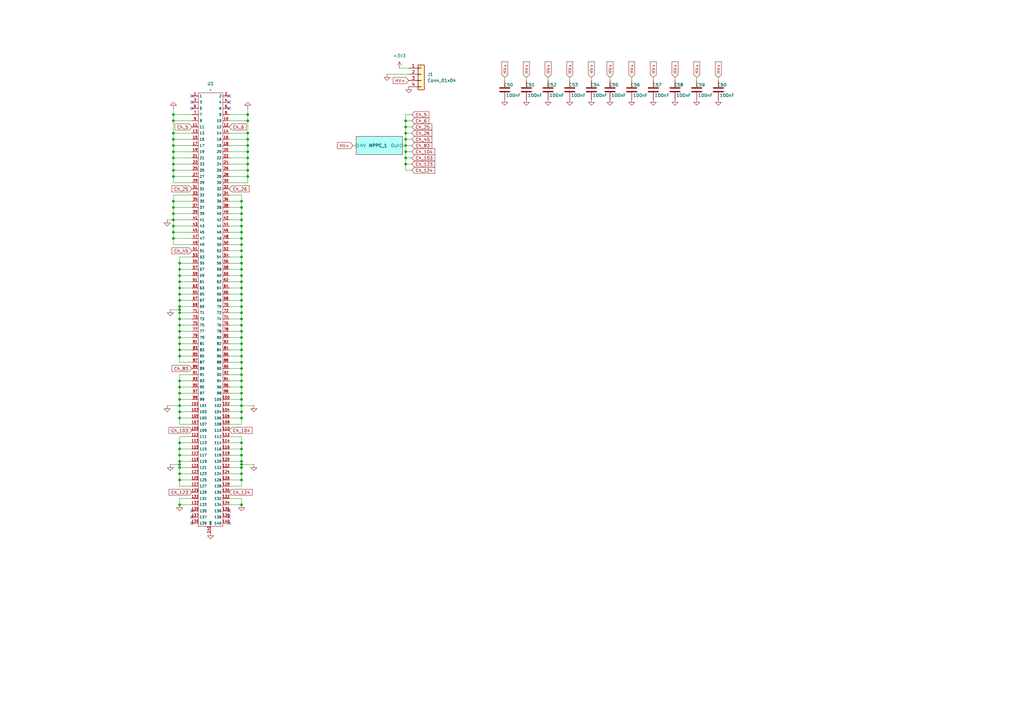
<source format=kicad_sch>
(kicad_sch (version 20231120) (generator "eeschema") (generator_version "8.0")
  (paper "A3")
  (lib_symbols
    (symbol "Device:C" (pin_numbers hide) (pin_names (offset 0.254))
      (property "Reference" "C" (at 0.635 2.54 0))
      (property "Value" "C" (at 0.635 -2.54 0))
      (symbol "C_0_1"
        (polyline (pts (xy -2.032 -0.762) (xy 2.032 -0.762)) (stroke (width 0.508)))
        (polyline (pts (xy -2.032 0.762) (xy 2.032 0.762)) (stroke (width 0.508)))
      )
      (symbol "C_1_1"
        (pin passive line (at 0 3.81 270) (length 2.794) (name "~") (number "1"))
        (pin passive line (at 0 -3.81 90) (length 2.794) (name "~") (number "2"))
      )
    )
    (symbol "FX10:FX10-140"
      (property "Reference" "U1" (at 5.08 1.27 0))
      (property "Value" "~" (at 5.08 -1.27 0))
      (symbol "FX10-140_0_1"
        (rectangle (start 0 -2.54) (end 10.16 -180.34))
      )
      (symbol "FX10-140_1_1"
        (pin input line (at 12.7 -3.81 180) (length 2.54) (name "1") (number "1"))
        (pin input line (at -2.54 -13.97 0) (length 2.54) (name "10") (number "10"))
        (pin input line (at -2.54 -128.27 0) (length 2.54) (name "100") (number "100"))
        (pin input line (at 12.7 -130.81 180) (length 2.54) (name "101") (number "101"))
        (pin input line (at -2.54 -130.81 0) (length 2.54) (name "102") (number "102"))
        (pin input line (at 12.7 -133.35 180) (length 2.54) (name "103") (number "103"))
        (pin input line (at -2.54 -133.35 0) (length 2.54) (name "104") (number "104"))
        (pin input line (at 12.7 -135.89 180) (length 2.54) (name "105") (number "105"))
        (pin input line (at -2.54 -135.89 0) (length 2.54) (name "106") (number "106"))
        (pin input line (at 12.7 -138.43 180) (length 2.54) (name "107") (number "107"))
        (pin input line (at -2.54 -138.43 0) (length 2.54) (name "108") (number "108"))
        (pin input line (at 12.7 -140.97 180) (length 2.54) (name "109") (number "109"))
        (pin input line (at 12.7 -16.51 180) (length 2.54) (name "11") (number "11"))
        (pin input line (at -2.54 -140.97 0) (length 2.54) (name "110") (number "110"))
        (pin input line (at 12.7 -143.51 180) (length 2.54) (name "111") (number "111"))
        (pin input line (at -2.54 -143.51 0) (length 2.54) (name "112") (number "112"))
        (pin input line (at 12.7 -146.05 180) (length 2.54) (name "113") (number "113"))
        (pin input line (at -2.54 -146.05 0) (length 2.54) (name "114") (number "114"))
        (pin input line (at 12.7 -148.59 180) (length 2.54) (name "115") (number "115"))
        (pin input line (at -2.54 -148.59 0) (length 2.54) (name "116") (number "116"))
        (pin input line (at 12.7 -151.13 180) (length 2.54) (name "117") (number "117"))
        (pin input line (at -2.54 -151.13 0) (length 2.54) (name "118") (number "118"))
        (pin input line (at 12.7 -153.67 180) (length 2.54) (name "119") (number "119"))
        (pin input line (at -2.54 -16.51 0) (length 2.54) (name "12") (number "12"))
        (pin input line (at -2.54 -153.67 0) (length 2.54) (name "120") (number "120"))
        (pin input line (at 12.7 -156.21 180) (length 2.54) (name "121") (number "121"))
        (pin input line (at -2.54 -156.21 0) (length 2.54) (name "122") (number "122"))
        (pin input line (at 12.7 -158.75 180) (length 2.54) (name "123") (number "123"))
        (pin input line (at -2.54 -158.75 0) (length 2.54) (name "124") (number "124"))
        (pin input line (at 12.7 -161.29 180) (length 2.54) (name "125") (number "125"))
        (pin input line (at -2.54 -161.29 0) (length 2.54) (name "126") (number "126"))
        (pin input line (at 12.7 -163.83 180) (length 2.54) (name "127") (number "127"))
        (pin input line (at -2.54 -163.83 0) (length 2.54) (name "128") (number "128"))
        (pin input line (at 12.7 -166.37 180) (length 2.54) (name "129") (number "129"))
        (pin input line (at 12.7 -19.05 180) (length 2.54) (name "13") (number "13"))
        (pin input line (at -2.54 -166.37 0) (length 2.54) (name "130") (number "130"))
        (pin input line (at 12.7 -168.91 180) (length 2.54) (name "131") (number "131"))
        (pin input line (at -2.54 -168.91 0) (length 2.54) (name "132") (number "132"))
        (pin input line (at 12.7 -171.45 180) (length 2.54) (name "133") (number "133"))
        (pin input line (at -2.54 -171.45 0) (length 2.54) (name "134") (number "134"))
        (pin input line (at 12.7 -173.99 180) (length 2.54) (name "135") (number "135"))
        (pin input line (at -2.54 -173.99 0) (length 2.54) (name "136") (number "136"))
        (pin input line (at 12.7 -176.53 180) (length 2.54) (name "137") (number "137"))
        (pin input line (at -2.54 -176.53 0) (length 2.54) (name "138") (number "138"))
        (pin input line (at 12.7 -179.07 180) (length 2.54) (name "139") (number "139"))
        (pin input line (at -2.54 -19.05 0) (length 2.54) (name "14") (number "14"))
        (pin input line (at -2.54 -179.07 0) (length 2.54) (name "140") (number "140"))
        (pin input line (at 5.08 -182.88 90) (length 2.54) (name "GND") (number "141"))
        (pin input line (at 12.7 -21.59 180) (length 2.54) (name "15") (number "15"))
        (pin input line (at -2.54 -21.59 0) (length 2.54) (name "16") (number "16"))
        (pin input line (at 12.7 -24.13 180) (length 2.54) (name "17") (number "17"))
        (pin input line (at -2.54 -24.13 0) (length 2.54) (name "18") (number "18"))
        (pin input line (at 12.7 -26.67 180) (length 2.54) (name "19") (number "19"))
        (pin input line (at -2.54 -3.81 0) (length 2.54) (name "2") (number "2"))
        (pin input line (at -2.54 -26.67 0) (length 2.54) (name "20") (number "20"))
        (pin input line (at 12.7 -29.21 180) (length 2.54) (name "21") (number "21"))
        (pin input line (at -2.54 -29.21 0) (length 2.54) (name "22") (number "22"))
        (pin input line (at 12.7 -31.75 180) (length 2.54) (name "23") (number "23"))
        (pin input line (at -2.54 -31.75 0) (length 2.54) (name "24") (number "24"))
        (pin input line (at 12.7 -34.29 180) (length 2.54) (name "25") (number "25"))
        (pin input line (at -2.54 -34.29 0) (length 2.54) (name "26") (number "26"))
        (pin input line (at 12.7 -36.83 180) (length 2.54) (name "27") (number "27"))
        (pin input line (at -2.54 -36.83 0) (length 2.54) (name "28") (number "28"))
        (pin input line (at 12.7 -39.37 180) (length 2.54) (name "29") (number "29"))
        (pin input line (at 12.7 -6.35 180) (length 2.54) (name "3") (number "3"))
        (pin input line (at -2.54 -39.37 0) (length 2.54) (name "30") (number "30"))
        (pin input line (at 12.7 -41.91 180) (length 2.54) (name "31") (number "31"))
        (pin input line (at -2.54 -41.91 0) (length 2.54) (name "32") (number "32"))
        (pin input line (at 12.7 -44.45 180) (length 2.54) (name "33") (number "33"))
        (pin input line (at -2.54 -44.45 0) (length 2.54) (name "34") (number "34"))
        (pin input line (at 12.7 -46.99 180) (length 2.54) (name "35") (number "35"))
        (pin input line (at -2.54 -46.99 0) (length 2.54) (name "36") (number "36"))
        (pin input line (at 12.7 -49.53 180) (length 2.54) (name "37") (number "37"))
        (pin input line (at -2.54 -49.53 0) (length 2.54) (name "38") (number "38"))
        (pin input line (at 12.7 -52.07 180) (length 2.54) (name "39") (number "39"))
        (pin input line (at -2.54 -6.35 0) (length 2.54) (name "4") (number "4"))
        (pin input line (at -2.54 -52.07 0) (length 2.54) (name "40") (number "40"))
        (pin input line (at 12.7 -54.61 180) (length 2.54) (name "41") (number "41"))
        (pin input line (at -2.54 -54.61 0) (length 2.54) (name "42") (number "42"))
        (pin input line (at 12.7 -57.15 180) (length 2.54) (name "43") (number "43"))
        (pin input line (at -2.54 -57.15 0) (length 2.54) (name "44") (number "44"))
        (pin input line (at 12.7 -59.69 180) (length 2.54) (name "45") (number "45"))
        (pin input line (at -2.54 -59.69 0) (length 2.54) (name "46") (number "46"))
        (pin input line (at 12.7 -62.23 180) (length 2.54) (name "47") (number "47"))
        (pin input line (at -2.54 -62.23 0) (length 2.54) (name "48") (number "48"))
        (pin input line (at 12.7 -64.77 180) (length 2.54) (name "49") (number "49"))
        (pin input line (at 12.7 -8.89 180) (length 2.54) (name "5") (number "5"))
        (pin input line (at -2.54 -64.77 0) (length 2.54) (name "50") (number "50"))
        (pin input line (at 12.7 -67.31 180) (length 2.54) (name "51") (number "51"))
        (pin input line (at -2.54 -67.31 0) (length 2.54) (name "52") (number "52"))
        (pin input line (at 12.7 -69.85 180) (length 2.54) (name "53") (number "53"))
        (pin input line (at -2.54 -69.85 0) (length 2.54) (name "54") (number "54"))
        (pin input line (at 12.7 -72.39 180) (length 2.54) (name "55") (number "55"))
        (pin input line (at -2.54 -72.39 0) (length 2.54) (name "56") (number "56"))
        (pin input line (at 12.7 -74.93 180) (length 2.54) (name "57") (number "57"))
        (pin input line (at -2.54 -74.93 0) (length 2.54) (name "58") (number "58"))
        (pin input line (at 12.7 -77.47 180) (length 2.54) (name "59") (number "59"))
        (pin input line (at -2.54 -8.89 0) (length 2.54) (name "6") (number "6"))
        (pin input line (at -2.54 -77.47 0) (length 2.54) (name "60") (number "60"))
        (pin input line (at 12.7 -80.01 180) (length 2.54) (name "61") (number "61"))
        (pin input line (at -2.54 -80.01 0) (length 2.54) (name "62") (number "62"))
        (pin input line (at 12.7 -82.55 180) (length 2.54) (name "63") (number "63"))
        (pin input line (at -2.54 -82.55 0) (length 2.54) (name "64") (number "64"))
        (pin input line (at 12.7 -85.09 180) (length 2.54) (name "65") (number "65"))
        (pin input line (at -2.54 -85.09 0) (length 2.54) (name "66") (number "66"))
        (pin input line (at 12.7 -87.63 180) (length 2.54) (name "67") (number "67"))
        (pin input line (at -2.54 -87.63 0) (length 2.54) (name "68") (number "68"))
        (pin input line (at 12.7 -90.17 180) (length 2.54) (name "69") (number "69"))
        (pin input line (at 12.7 -11.43 180) (length 2.54) (name "7") (number "7"))
        (pin input line (at -2.54 -90.17 0) (length 2.54) (name "70") (number "70"))
        (pin input line (at 12.7 -92.71 180) (length 2.54) (name "71") (number "71"))
        (pin input line (at -2.54 -92.71 0) (length 2.54) (name "72") (number "72"))
        (pin input line (at 12.7 -95.25 180) (length 2.54) (name "73") (number "73"))
        (pin input line (at -2.54 -95.25 0) (length 2.54) (name "74") (number "74"))
        (pin input line (at 12.7 -97.79 180) (length 2.54) (name "75") (number "75"))
        (pin input line (at -2.54 -97.79 0) (length 2.54) (name "76") (number "76"))
        (pin input line (at 12.7 -100.33 180) (length 2.54) (name "77") (number "77"))
        (pin input line (at -2.54 -100.33 0) (length 2.54) (name "78") (number "78"))
        (pin input line (at 12.7 -102.87 180) (length 2.54) (name "79") (number "79"))
        (pin input line (at -2.54 -11.43 0) (length 2.54) (name "8") (number "8"))
        (pin input line (at -2.54 -102.87 0) (length 2.54) (name "80") (number "80"))
        (pin input line (at 12.7 -105.41 180) (length 2.54) (name "81") (number "81"))
        (pin input line (at -2.54 -105.41 0) (length 2.54) (name "82") (number "82"))
        (pin input line (at 12.7 -107.95 180) (length 2.54) (name "83") (number "83"))
        (pin input line (at -2.54 -107.95 0) (length 2.54) (name "84") (number "84"))
        (pin input line (at 12.7 -110.49 180) (length 2.54) (name "85") (number "85"))
        (pin input line (at -2.54 -110.49 0) (length 2.54) (name "86") (number "86"))
        (pin input line (at 12.7 -113.03 180) (length 2.54) (name "87") (number "87"))
        (pin input line (at -2.54 -113.03 0) (length 2.54) (name "88") (number "88"))
        (pin input line (at 12.7 -115.57 180) (length 2.54) (name "89") (number "89"))
        (pin input line (at 12.7 -13.97 180) (length 2.54) (name "9") (number "9"))
        (pin input line (at -2.54 -115.57 0) (length 2.54) (name "90") (number "90"))
        (pin input line (at 12.7 -118.11 180) (length 2.54) (name "91") (number "91"))
        (pin input line (at -2.54 -118.11 0) (length 2.54) (name "92") (number "92"))
        (pin input line (at 12.7 -120.65 180) (length 2.54) (name "93") (number "93"))
        (pin input line (at -2.54 -120.65 0) (length 2.54) (name "94") (number "94"))
        (pin input line (at 12.7 -123.19 180) (length 2.54) (name "95") (number "95"))
        (pin input line (at -2.54 -123.19 0) (length 2.54) (name "96") (number "96"))
        (pin input line (at 12.7 -125.73 180) (length 2.54) (name "97") (number "97"))
        (pin input line (at -2.54 -125.73 0) (length 2.54) (name "98") (number "98"))
        (pin input line (at 12.7 -128.27 180) (length 2.54) (name "99") (number "99"))
      )
    )
    (symbol "PCM_4ms_Connector:Conn_01x04" (pin_names (offset 1.016) hide)
      (property "Reference" "J" (at 0 5.08 0))
      (property "Value" "Conn_01x04" (at 0 -7.62 0))
      (symbol "Conn_01x04_1_1"
        (rectangle (start -1.27 -4.953) (end 0 -5.207) (stroke (width 0.1524)))
        (rectangle (start -1.27 -2.413) (end 0 -2.667) (stroke (width 0.1524)))
        (rectangle (start -1.27 0.127) (end 0 -0.127) (stroke (width 0.1524)))
        (rectangle (start -1.27 2.667) (end 0 2.413) (stroke (width 0.1524)))
        (rectangle (start -1.27 3.81) (end 1.27 -6.35) (stroke (width 0.254)) (fill (type background)))
        (pin passive line (at -5.08 2.54 0) (length 3.81) (name "Pin_1") (number "1"))
        (pin passive line (at -5.08 0 0) (length 3.81) (name "Pin_2") (number "2"))
        (pin passive line (at -5.08 -2.54 0) (length 3.81) (name "Pin_3") (number "3"))
        (pin passive line (at -5.08 -5.08 0) (length 3.81) (name "Pin_4") (number "4"))
      )
    )
    (symbol "power:+3V3" (power) (pin_numbers hide) (pin_names (offset 0) hide)
      (property "Value" "+3V3" (at 0 3.556 0))
      (symbol "+3V3_0_1"
        (polyline (pts (xy -0.762 1.27) (xy 0 2.54)))
        (polyline (pts (xy 0 0) (xy 0 2.54)))
        (polyline (pts (xy 0 2.54) (xy 0.762 1.27)))
      )
      (symbol "+3V3_1_1"
        (pin power_in line (at 0 0 90) (length 0) (name "~") (number "1"))
      )
    )
    (symbol "power:GND" (power) (pin_numbers hide) (pin_names (offset 0) hide)
      (property "Value" "GND" (at 0 -3.81 0))
      (symbol "GND_0_1"
        (polyline (pts (xy 0 0) (xy 0 -1.27) (xy 1.27 -1.27) (xy 0 -2.54) (xy -1.27 -1.27) (xy 0 -1.27)))
      )
      (symbol "GND_1_1"
        (pin power_in line (at 0 0 270) (length 0) (name "~") (number "1"))
      )
    )
  )
  (junction (at 166.37 54.61))
  (junction (at 99.06 207.01))
  (junction (at 99.06 113.03))
  (junction (at 101.6 59.69))
  (junction (at 101.6 54.61))
  (junction (at 99.06 130.81))
  (junction (at 73.66 156.21))
  (junction (at 166.37 49.53))
  (junction (at 166.37 67.31))
  (junction (at 73.66 191.77))
  (junction (at 101.6 49.53))
  (junction (at 101.6 69.85))
  (junction (at 99.06 148.59))
  (junction (at 99.06 85.09))
  (junction (at 73.66 163.83))
  (junction (at 99.06 87.63))
  (junction (at 101.6 62.23))
  (junction (at 73.66 133.35))
  (junction (at 71.12 97.79))
  (junction (at 73.66 146.05))
  (junction (at 71.12 87.63))
  (junction (at 99.06 184.15))
  (junction (at 99.06 102.87))
  (junction (at 73.66 171.45))
  (junction (at 99.06 123.19))
  (junction (at 73.66 118.11))
  (junction (at 71.12 69.85))
  (junction (at 99.06 163.83))
  (junction (at 73.66 115.57))
  (junction (at 99.06 125.73))
  (junction (at 71.12 95.25))
  (junction (at 73.66 123.19))
  (junction (at 99.06 115.57))
  (junction (at 99.06 151.13))
  (junction (at 99.06 100.33))
  (junction (at 73.66 135.89))
  (junction (at 99.06 191.77))
  (junction (at 73.66 130.81))
  (junction (at 99.06 189.23))
  (junction (at 71.12 92.71))
  (junction (at 99.06 194.31))
  (junction (at 101.6 72.39))
  (junction (at 71.12 54.61))
  (junction (at 73.66 125.73))
  (junction (at 73.66 140.97))
  (junction (at 99.06 190.5))
  (junction (at 99.06 105.41))
  (junction (at 99.06 118.11))
  (junction (at 99.06 95.25))
  (junction (at 73.66 158.75))
  (junction (at 99.06 156.21))
  (junction (at 101.6 57.15))
  (junction (at 99.06 168.91))
  (junction (at 99.06 110.49))
  (junction (at 166.37 57.15))
  (junction (at 99.06 128.27))
  (junction (at 99.06 97.79))
  (junction (at 99.06 90.17))
  (junction (at 99.06 181.61))
  (junction (at 71.12 46.99))
  (junction (at 101.6 46.99))
  (junction (at 73.66 161.29))
  (junction (at 99.06 196.85))
  (junction (at 73.66 168.91))
  (junction (at 99.06 133.35))
  (junction (at 71.12 59.69))
  (junction (at 166.37 59.69))
  (junction (at 73.66 184.15))
  (junction (at 73.66 120.65))
  (junction (at 99.06 171.45))
  (junction (at 73.66 207.01))
  (junction (at 99.06 92.71))
  (junction (at 99.06 120.65))
  (junction (at 73.66 128.27))
  (junction (at 73.66 138.43))
  (junction (at 73.66 196.85))
  (junction (at 73.66 189.23))
  (junction (at 99.06 153.67))
  (junction (at 99.06 166.37))
  (junction (at 71.12 62.23))
  (junction (at 99.06 140.97))
  (junction (at 73.66 143.51))
  (junction (at 73.66 110.49))
  (junction (at 71.12 64.77))
  (junction (at 71.12 67.31))
  (junction (at 71.12 90.17))
  (junction (at 99.06 82.55))
  (junction (at 71.12 82.55))
  (junction (at 71.12 57.15))
  (junction (at 99.06 138.43))
  (junction (at 99.06 143.51))
  (junction (at 99.06 161.29))
  (junction (at 99.06 186.69))
  (junction (at 166.37 64.77))
  (junction (at 101.6 64.77))
  (junction (at 101.6 67.31))
  (junction (at 73.66 107.95))
  (junction (at 73.66 166.37))
  (junction (at 99.06 158.75))
  (junction (at 71.12 85.09))
  (junction (at 73.66 113.03))
  (junction (at 73.66 186.69))
  (junction (at 166.37 62.23))
  (junction (at 99.06 135.89))
  (junction (at 73.66 190.5))
  (junction (at 99.06 107.95))
  (junction (at 73.66 181.61))
  (junction (at 71.12 49.53))
  (junction (at 71.12 72.39))
  (junction (at 166.37 52.07))
  (junction (at 99.06 146.05))
  (junction (at 73.66 194.31))
  (junction (at 73.66 127))
  (no_connect (at 78.74 41.91))
  (no_connect (at 93.98 39.37))
  (no_connect (at 93.98 209.55))
  (no_connect (at 93.98 212.09))
  (no_connect (at 93.98 41.91))
  (no_connect (at 78.74 209.55))
  (no_connect (at 93.98 44.45))
  (no_connect (at 78.74 214.63))
  (no_connect (at 78.74 39.37))
  (no_connect (at 78.74 44.45))
  (no_connect (at 78.74 212.09))
  (no_connect (at 93.98 214.63))
  (wire (pts (xy 101.6 64.77) (xy 93.98 64.77)))
  (wire (pts (xy 99.06 138.43) (xy 99.06 140.97)))
  (wire (pts (xy 168.91 67.31) (xy 166.37 67.31)))
  (wire (pts (xy 101.6 46.99) (xy 93.98 46.99)))
  (wire (pts (xy 99.06 146.05) (xy 99.06 148.59)))
  (wire (pts (xy 104.14 190.5) (xy 99.06 190.5)))
  (wire (pts (xy 99.06 135.89) (xy 99.06 138.43)))
  (wire (pts (xy 99.06 120.65) (xy 93.98 120.65)))
  (wire (pts (xy 71.12 54.61) (xy 71.12 57.15)))
  (wire (pts (xy 73.66 123.19) (xy 78.74 123.19)))
  (wire (pts (xy 71.12 72.39) (xy 78.74 72.39)))
  (wire (pts (xy 99.06 123.19) (xy 99.06 125.73)))
  (wire (pts (xy 99.06 102.87) (xy 93.98 102.87)))
  (wire (pts (xy 99.06 90.17) (xy 93.98 90.17)))
  (wire (pts (xy 73.66 120.65) (xy 73.66 118.11)))
  (wire (pts (xy 71.12 62.23) (xy 78.74 62.23)))
  (wire (pts (xy 71.12 64.77) (xy 71.12 67.31)))
  (wire (pts (xy 71.12 87.63) (xy 71.12 85.09)))
  (wire (pts (xy 73.66 196.85) (xy 73.66 199.39)))
  (wire (pts (xy 99.06 143.51) (xy 93.98 143.51)))
  (wire (pts (xy 166.37 46.99) (xy 166.37 49.53)))
  (wire (pts (xy 99.06 100.33) (xy 99.06 102.87)))
  (wire (pts (xy 73.66 207.01) (xy 78.74 207.01)))
  (wire (pts (xy 73.66 143.51) (xy 78.74 143.51)))
  (wire (pts (xy 71.12 59.69) (xy 71.12 62.23)))
  (wire (pts (xy 73.66 128.27) (xy 78.74 128.27)))
  (wire (pts (xy 99.06 82.55) (xy 93.98 82.55)))
  (wire (pts (xy 99.06 128.27) (xy 99.06 130.81)))
  (wire (pts (xy 101.6 64.77) (xy 101.6 67.31)))
  (wire (pts (xy 99.06 110.49) (xy 99.06 113.03)))
  (wire (pts (xy 99.06 130.81) (xy 93.98 130.81)))
  (wire (pts (xy 71.12 67.31) (xy 78.74 67.31)))
  (wire (pts (xy 166.37 62.23) (xy 166.37 64.77)))
  (wire (pts (xy 73.66 143.51) (xy 73.66 146.05)))
  (wire (pts (xy 73.66 190.5) (xy 73.66 191.77)))
  (wire (pts (xy 73.66 130.81) (xy 73.66 133.35)))
  (wire (pts (xy 71.12 87.63) (xy 78.74 87.63)))
  (wire (pts (xy 71.12 46.99) (xy 71.12 49.53)))
  (wire (pts (xy 101.6 62.23) (xy 93.98 62.23)))
  (wire (pts (xy 73.66 191.77) (xy 78.74 191.77)))
  (wire (pts (xy 99.06 191.77) (xy 99.06 194.31)))
  (wire (pts (xy 73.66 140.97) (xy 78.74 140.97)))
  (wire (pts (xy 99.06 125.73) (xy 99.06 128.27)))
  (wire (pts (xy 73.66 115.57) (xy 78.74 115.57)))
  (wire (pts (xy 71.12 57.15) (xy 71.12 59.69)))
  (wire (pts (xy 71.12 82.55) (xy 78.74 82.55)))
  (wire (pts (xy 99.06 173.99) (xy 93.98 173.99)))
  (wire (pts (xy 99.06 151.13) (xy 93.98 151.13)))
  (wire (pts (xy 71.12 90.17) (xy 71.12 92.71)))
  (wire (pts (xy 99.06 82.55) (xy 99.06 85.09)))
  (wire (pts (xy 99.06 191.77) (xy 93.98 191.77)))
  (wire (pts (xy 73.66 133.35) (xy 73.66 135.89)))
  (wire (pts (xy 73.66 125.73) (xy 73.66 127)))
  (wire (pts (xy 99.06 184.15) (xy 93.98 184.15)))
  (wire (pts (xy 99.06 80.01) (xy 99.06 82.55)))
  (wire (pts (xy 71.12 95.25) (xy 78.74 95.25)))
  (wire (pts (xy 99.06 153.67) (xy 93.98 153.67)))
  (wire (pts (xy 99.06 95.25) (xy 93.98 95.25)))
  (wire (pts (xy 99.06 90.17) (xy 99.06 92.71)))
  (wire (pts (xy 99.06 107.95) (xy 93.98 107.95)))
  (wire (pts (xy 73.66 118.11) (xy 78.74 118.11)))
  (wire (pts (xy 99.06 186.69) (xy 93.98 186.69)))
  (wire (pts (xy 73.66 125.73) (xy 78.74 125.73)))
  (wire (pts (xy 285.75 31.75) (xy 285.75 33.02)))
  (wire (pts (xy 163.83 27.94) (xy 167.64 27.94)))
  (wire (pts (xy 71.12 74.93) (xy 78.74 74.93)))
  (wire (pts (xy 73.66 158.75) (xy 78.74 158.75)))
  (wire (pts (xy 99.06 130.81) (xy 99.06 133.35)))
  (wire (pts (xy 166.37 57.15) (xy 166.37 59.69)))
  (wire (pts (xy 101.6 57.15) (xy 93.98 57.15)))
  (wire (pts (xy 73.66 191.77) (xy 73.66 194.31)))
  (wire (pts (xy 99.06 95.25) (xy 99.06 97.79)))
  (wire (pts (xy 158.75 30.48) (xy 167.64 30.48)))
  (wire (pts (xy 99.06 105.41) (xy 99.06 107.95)))
  (wire (pts (xy 267.97 31.75) (xy 267.97 33.02)))
  (wire (pts (xy 99.06 156.21) (xy 99.06 158.75)))
  (wire (pts (xy 73.66 107.95) (xy 78.74 107.95)))
  (wire (pts (xy 99.06 148.59) (xy 93.98 148.59)))
  (wire (pts (xy 99.06 123.19) (xy 93.98 123.19)))
  (wire (pts (xy 168.91 46.99) (xy 166.37 46.99)))
  (wire (pts (xy 73.66 168.91) (xy 73.66 171.45)))
  (wire (pts (xy 73.66 171.45) (xy 78.74 171.45)))
  (wire (pts (xy 101.6 59.69) (xy 93.98 59.69)))
  (wire (pts (xy 73.66 204.47) (xy 73.66 207.01)))
  (wire (pts (xy 73.66 186.69) (xy 73.66 189.23)))
  (wire (pts (xy 99.06 194.31) (xy 93.98 194.31)))
  (wire (pts (xy 71.12 69.85) (xy 78.74 69.85)))
  (wire (pts (xy 73.66 181.61) (xy 73.66 184.15)))
  (wire (pts (xy 99.06 113.03) (xy 93.98 113.03)))
  (wire (pts (xy 99.06 133.35) (xy 93.98 133.35)))
  (wire (pts (xy 73.66 196.85) (xy 78.74 196.85)))
  (wire (pts (xy 166.37 59.69) (xy 166.37 62.23)))
  (wire (pts (xy 99.06 196.85) (xy 93.98 196.85)))
  (wire (pts (xy 101.6 72.39) (xy 93.98 72.39)))
  (wire (pts (xy 99.06 115.57) (xy 93.98 115.57)))
  (wire (pts (xy 71.12 72.39) (xy 71.12 74.93)))
  (wire (pts (xy 233.68 31.75) (xy 233.68 33.02)))
  (wire (pts (xy 73.66 113.03) (xy 78.74 113.03)))
  (wire (pts (xy 73.66 127) (xy 73.66 128.27)))
  (wire (pts (xy 73.66 135.89) (xy 73.66 138.43)))
  (wire (pts (xy 73.66 166.37) (xy 78.74 166.37)))
  (wire (pts (xy 73.66 128.27) (xy 73.66 130.81)))
  (wire (pts (xy 73.66 123.19) (xy 73.66 125.73)))
  (wire (pts (xy 73.66 146.05) (xy 73.66 148.59)))
  (wire (pts (xy 71.12 85.09) (xy 71.12 82.55)))
  (wire (pts (xy 73.66 115.57) (xy 73.66 118.11)))
  (wire (pts (xy 101.6 44.45) (xy 101.6 46.99)))
  (wire (pts (xy 73.66 171.45) (xy 73.66 173.99)))
  (wire (pts (xy 101.6 67.31) (xy 101.6 69.85)))
  (wire (pts (xy 73.66 135.89) (xy 78.74 135.89)))
  (wire (pts (xy 73.66 156.21) (xy 78.74 156.21)))
  (wire (pts (xy 101.6 74.93) (xy 93.98 74.93)))
  (wire (pts (xy 99.06 92.71) (xy 99.06 95.25)))
  (wire (pts (xy 99.06 207.01) (xy 93.98 207.01)))
  (wire (pts (xy 166.37 64.77) (xy 166.37 67.31)))
  (wire (pts (xy 101.6 59.69) (xy 101.6 62.23)))
  (wire (pts (xy 101.6 49.53) (xy 101.6 54.61)))
  (wire (pts (xy 73.66 107.95) (xy 73.66 110.49)))
  (wire (pts (xy 99.06 87.63) (xy 93.98 87.63)))
  (wire (pts (xy 99.06 128.27) (xy 93.98 128.27)))
  (wire (pts (xy 168.91 52.07) (xy 166.37 52.07)))
  (wire (pts (xy 99.06 190.5) (xy 99.06 191.77)))
  (wire (pts (xy 99.06 196.85) (xy 99.06 199.39)))
  (wire (pts (xy 73.66 204.47) (xy 78.74 204.47)))
  (wire (pts (xy 73.66 138.43) (xy 73.66 140.97)))
  (wire (pts (xy 99.06 189.23) (xy 99.06 190.5)))
  (wire (pts (xy 99.06 113.03) (xy 99.06 115.57)))
  (wire (pts (xy 71.12 92.71) (xy 71.12 95.25)))
  (wire (pts (xy 99.06 105.41) (xy 93.98 105.41)))
  (wire (pts (xy 71.12 97.79) (xy 78.74 97.79)))
  (wire (pts (xy 99.06 148.59) (xy 99.06 151.13)))
  (wire (pts (xy 215.9 31.75) (xy 215.9 33.02)))
  (wire (pts (xy 99.06 125.73) (xy 93.98 125.73)))
  (wire (pts (xy 73.66 194.31) (xy 78.74 194.31)))
  (wire (pts (xy 93.98 204.47) (xy 99.06 204.47)))
  (wire (pts (xy 71.12 80.01) (xy 71.12 82.55)))
  (wire (pts (xy 93.98 49.53) (xy 101.6 49.53)))
  (wire (pts (xy 73.66 179.07) (xy 78.74 179.07)))
  (wire (pts (xy 73.66 199.39) (xy 78.74 199.39)))
  (wire (pts (xy 73.66 110.49) (xy 78.74 110.49)))
  (wire (pts (xy 73.66 140.97) (xy 73.66 143.51)))
  (wire (pts (xy 144.78 59.69) (xy 146.05 59.69)))
  (wire (pts (xy 165.1 59.69) (xy 166.37 59.69)))
  (wire (pts (xy 99.06 156.21) (xy 93.98 156.21)))
  (wire (pts (xy 71.12 100.33) (xy 78.74 100.33)))
  (wire (pts (xy 73.66 173.99) (xy 78.74 173.99)))
  (wire (pts (xy 73.66 130.81) (xy 78.74 130.81)))
  (wire (pts (xy 71.12 62.23) (xy 71.12 64.77)))
  (wire (pts (xy 99.06 153.67) (xy 99.06 156.21)))
  (wire (pts (xy 99.06 194.31) (xy 99.06 196.85)))
  (wire (pts (xy 101.6 54.61) (xy 93.98 54.61)))
  (wire (pts (xy 73.66 153.67) (xy 78.74 153.67)))
  (wire (pts (xy 71.12 97.79) (xy 71.12 100.33)))
  (wire (pts (xy 168.91 64.77) (xy 166.37 64.77)))
  (wire (pts (xy 101.6 67.31) (xy 93.98 67.31)))
  (wire (pts (xy 166.37 49.53) (xy 166.37 52.07)))
  (wire (pts (xy 71.12 85.09) (xy 78.74 85.09)))
  (wire (pts (xy 99.06 204.47) (xy 99.06 207.01)))
  (wire (pts (xy 101.6 62.23) (xy 101.6 64.77)))
  (wire (pts (xy 71.12 64.77) (xy 78.74 64.77)))
  (wire (pts (xy 99.06 199.39) (xy 93.98 199.39)))
  (wire (pts (xy 71.12 67.31) (xy 71.12 69.85)))
  (wire (pts (xy 99.06 158.75) (xy 93.98 158.75)))
  (wire (pts (xy 99.06 158.75) (xy 99.06 161.29)))
  (wire (pts (xy 99.06 163.83) (xy 93.98 163.83)))
  (wire (pts (xy 101.6 69.85) (xy 93.98 69.85)))
  (wire (pts (xy 73.66 158.75) (xy 73.66 161.29)))
  (wire (pts (xy 73.66 184.15) (xy 78.74 184.15)))
  (wire (pts (xy 73.66 156.21) (xy 73.66 158.75)))
  (wire (pts (xy 276.86 31.75) (xy 276.86 33.02)))
  (wire (pts (xy 99.06 171.45) (xy 99.06 173.99)))
  (wire (pts (xy 99.06 179.07) (xy 99.06 181.61)))
  (wire (pts (xy 73.66 163.83) (xy 73.66 166.37)))
  (wire (pts (xy 73.66 163.83) (xy 78.74 163.83)))
  (wire (pts (xy 99.06 146.05) (xy 93.98 146.05)))
  (wire (pts (xy 73.66 161.29) (xy 73.66 163.83)))
  (wire (pts (xy 73.66 168.91) (xy 78.74 168.91)))
  (wire (pts (xy 99.06 100.33) (xy 93.98 100.33)))
  (wire (pts (xy 99.06 138.43) (xy 93.98 138.43)))
  (wire (pts (xy 68.58 166.37) (xy 73.66 166.37)))
  (wire (pts (xy 99.06 140.97) (xy 99.06 143.51)))
  (wire (pts (xy 73.66 161.29) (xy 78.74 161.29)))
  (wire (pts (xy 99.06 166.37) (xy 93.98 166.37)))
  (wire (pts (xy 99.06 151.13) (xy 99.06 153.67)))
  (wire (pts (xy 168.91 54.61) (xy 166.37 54.61)))
  (wire (pts (xy 73.66 133.35) (xy 78.74 133.35)))
  (wire (pts (xy 99.06 80.01) (xy 93.98 80.01)))
  (wire (pts (xy 99.06 92.71) (xy 93.98 92.71)))
  (wire (pts (xy 101.6 46.99) (xy 101.6 49.53)))
  (wire (pts (xy 73.66 181.61) (xy 78.74 181.61)))
  (wire (pts (xy 166.37 54.61) (xy 166.37 57.15)))
  (wire (pts (xy 73.66 153.67) (xy 73.66 156.21)))
  (wire (pts (xy 73.66 138.43) (xy 78.74 138.43)))
  (wire (pts (xy 71.12 59.69) (xy 78.74 59.69)))
  (wire (pts (xy 99.06 118.11) (xy 99.06 120.65)))
  (wire (pts (xy 99.06 181.61) (xy 99.06 184.15)))
  (wire (pts (xy 99.06 115.57) (xy 99.06 118.11)))
  (wire (pts (xy 73.66 120.65) (xy 73.66 123.19)))
  (wire (pts (xy 73.66 166.37) (xy 73.66 168.91)))
  (wire (pts (xy 99.06 140.97) (xy 93.98 140.97)))
  (wire (pts (xy 99.06 85.09) (xy 99.06 87.63)))
  (wire (pts (xy 73.66 146.05) (xy 78.74 146.05)))
  (wire (pts (xy 99.06 110.49) (xy 93.98 110.49)))
  (wire (pts (xy 71.12 95.25) (xy 71.12 97.79)))
  (wire (pts (xy 73.66 189.23) (xy 73.66 190.5)))
  (wire (pts (xy 73.66 113.03) (xy 73.66 115.57)))
  (wire (pts (xy 71.12 46.99) (xy 78.74 46.99)))
  (wire (pts (xy 73.66 186.69) (xy 78.74 186.69)))
  (wire (pts (xy 99.06 133.35) (xy 99.06 135.89)))
  (wire (pts (xy 168.91 49.53) (xy 166.37 49.53)))
  (wire (pts (xy 99.06 184.15) (xy 99.06 186.69)))
  (wire (pts (xy 166.37 52.07) (xy 166.37 54.61)))
  (wire (pts (xy 99.06 168.91) (xy 93.98 168.91)))
  (wire (pts (xy 99.06 143.51) (xy 99.06 146.05)))
  (wire (pts (xy 99.06 161.29) (xy 99.06 163.83)))
  (wire (pts (xy 168.91 69.85) (xy 166.37 69.85)))
  (wire (pts (xy 99.06 166.37) (xy 99.06 168.91)))
  (wire (pts (xy 99.06 85.09) (xy 93.98 85.09)))
  (wire (pts (xy 71.12 92.71) (xy 78.74 92.71)))
  (wire (pts (xy 99.06 120.65) (xy 99.06 123.19)))
  (wire (pts (xy 73.66 189.23) (xy 78.74 189.23)))
  (wire (pts (xy 71.12 90.17) (xy 78.74 90.17)))
  (wire (pts (xy 101.6 69.85) (xy 101.6 72.39)))
  (wire (pts (xy 73.66 184.15) (xy 73.66 186.69)))
  (wire (pts (xy 99.06 171.45) (xy 93.98 171.45)))
  (wire (pts (xy 99.06 107.95) (xy 99.06 110.49)))
  (wire (pts (xy 99.06 118.11) (xy 93.98 118.11)))
  (wire (pts (xy 99.06 189.23) (xy 93.98 189.23)))
  (wire (pts (xy 207.01 31.75) (xy 207.01 33.02)))
  (wire (pts (xy 69.85 190.5) (xy 73.66 190.5)))
  (wire (pts (xy 71.12 90.17) (xy 71.12 87.63)))
  (wire (pts (xy 99.06 97.79) (xy 99.06 100.33)))
  (wire (pts (xy 99.06 102.87) (xy 99.06 105.41)))
  (wire (pts (xy 99.06 87.63) (xy 99.06 90.17)))
  (wire (pts (xy 69.85 127) (xy 73.66 127)))
  (wire (pts (xy 73.66 194.31) (xy 73.66 196.85)))
  (wire (pts (xy 71.12 57.15) (xy 78.74 57.15)))
  (wire (pts (xy 73.66 148.59) (xy 78.74 148.59)))
  (wire (pts (xy 99.06 97.79) (xy 93.98 97.79)))
  (wire (pts (xy 71.12 69.85) (xy 71.12 72.39)))
  (wire (pts (xy 68.58 90.17) (xy 71.12 90.17)))
  (wire (pts (xy 101.6 72.39) (xy 101.6 74.93)))
  (wire (pts (xy 71.12 80.01) (xy 78.74 80.01)))
  (wire (pts (xy 99.06 181.61) (xy 93.98 181.61)))
  (wire (pts (xy 168.91 59.69) (xy 166.37 59.69)))
  (wire (pts (xy 99.06 161.29) (xy 93.98 161.29)))
  (wire (pts (xy 242.57 31.75) (xy 242.57 33.02)))
  (wire (pts (xy 166.37 69.85) (xy 166.37 67.31)))
  (wire (pts (xy 99.06 135.89) (xy 93.98 135.89)))
  (wire (pts (xy 73.66 179.07) (xy 73.66 181.61)))
  (wire (pts (xy 73.66 105.41) (xy 73.66 107.95)))
  (wire (pts (xy 250.19 31.75) (xy 250.19 33.02)))
  (wire (pts (xy 73.66 120.65) (xy 78.74 120.65)))
  (wire (pts (xy 101.6 54.61) (xy 101.6 57.15)))
  (wire (pts (xy 259.08 31.75) (xy 259.08 33.02)))
  (wire (pts (xy 168.91 62.23) (xy 166.37 62.23)))
  (wire (pts (xy 99.06 163.83) (xy 99.06 166.37)))
  (wire (pts (xy 99.06 166.37) (xy 104.14 166.37)))
  (wire (pts (xy 168.91 57.15) (xy 166.37 57.15)))
  (wire (pts (xy 71.12 44.45) (xy 71.12 46.99)))
  (wire (pts (xy 93.98 179.07) (xy 99.06 179.07)))
  (wire (pts (xy 224.79 31.75) (xy 224.79 33.02)))
  (wire (pts (xy 71.12 54.61) (xy 78.74 54.61)))
  (wire (pts (xy 71.12 49.53) (xy 78.74 49.53)))
  (wire (pts (xy 73.66 110.49) (xy 73.66 113.03)))
  (wire (pts (xy 101.6 57.15) (xy 101.6 59.69)))
  (wire (pts (xy 99.06 168.91) (xy 99.06 171.45)))
  (wire (pts (xy 73.66 105.41) (xy 78.74 105.41)))
  (wire (pts (xy 99.06 186.69) (xy 99.06 189.23)))
  (wire (pts (xy 294.64 31.75) (xy 294.64 33.02)))
  (wire (pts (xy 71.12 49.53) (xy 71.12 54.61)))
  (global_label "Ch_83" (shape input) (at 78.74 151.13 180) (property "Intersheetrefs" "${INTERSHEET_REFS}" (effects (hide yes))))
  (global_label "Ch_45" (shape input) (at 78.74 102.87 180) (property "Intersheetrefs" "${INTERSHEET_REFS}" (effects (hide yes))))
  (global_label "Ch_25" (shape input) (at 78.74 77.47 180) (property "Intersheetrefs" "${INTERSHEET_REFS}" (effects (hide yes))))
  (global_label "Ch_25" (shape input) (at 168.91 52.07 0) (property "Intersheetrefs" "${INTERSHEET_REFS}" (effects (hide yes))))
  (global_label "Ch_5" (shape input) (at 168.91 46.99 0) (property "Intersheetrefs" "${INTERSHEET_REFS}" (effects (hide yes))))
  (global_label "HV+" (shape input) (at 285.75 31.75 90) (property "Intersheetrefs" "${INTERSHEET_REFS}" (effects (hide yes))))
  (global_label "Ch_103" (shape input) (at 168.91 64.77 0) (property "Intersheetrefs" "${INTERSHEET_REFS}" (effects (hide yes))))
  (global_label "HV+" (shape input) (at 294.64 31.75 90) (property "Intersheetrefs" "${INTERSHEET_REFS}" (effects (hide yes))))
  (global_label "HV+" (shape input) (at 259.08 31.75 90) (property "Intersheetrefs" "${INTERSHEET_REFS}" (effects (hide yes))))
  (global_label "Ch_5" (shape input) (at 78.74 52.07 180) (property "Intersheetrefs" "${INTERSHEET_REFS}" (effects (hide yes))))
  (global_label "Ch_83" (shape input) (at 168.91 59.69 0) (property "Intersheetrefs" "${INTERSHEET_REFS}" (effects (hide yes))))
  (global_label "Ch_104" (shape input) (at 93.98 176.53 0) (property "Intersheetrefs" "${INTERSHEET_REFS}" (effects (hide yes))))
  (global_label "HV+" (shape input) (at 276.86 31.75 90) (property "Intersheetrefs" "${INTERSHEET_REFS}" (effects (hide yes))))
  (global_label "Ch_6" (shape input) (at 168.91 49.53 0) (property "Intersheetrefs" "${INTERSHEET_REFS}" (effects (hide yes))))
  (global_label "HV+" (shape input) (at 250.19 31.75 90) (property "Intersheetrefs" "${INTERSHEET_REFS}" (effects (hide yes))))
  (global_label "Ch_45" (shape input) (at 168.91 57.15 0) (property "Intersheetrefs" "${INTERSHEET_REFS}" (effects (hide yes))))
  (global_label "Ch_103" (shape input) (at 78.74 176.53 180) (property "Intersheetrefs" "${INTERSHEET_REFS}" (effects (hide yes))))
  (global_label "HV+" (shape input) (at 242.57 31.75 90) (property "Intersheetrefs" "${INTERSHEET_REFS}" (effects (hide yes))))
  (global_label "Ch_123" (shape input) (at 168.91 67.31 0) (property "Intersheetrefs" "${INTERSHEET_REFS}" (effects (hide yes))))
  (global_label "HV+" (shape input) (at 224.79 31.75 90) (property "Intersheetrefs" "${INTERSHEET_REFS}" (effects (hide yes))))
  (global_label "Ch_6" (shape input) (at 93.98 52.07 0) (property "Intersheetrefs" "${INTERSHEET_REFS}" (effects (hide yes))))
  (global_label "HV+" (shape input) (at 267.97 31.75 90) (property "Intersheetrefs" "${INTERSHEET_REFS}" (effects (hide yes))))
  (global_label "Ch_104" (shape input) (at 168.91 62.23 0) (property "Intersheetrefs" "${INTERSHEET_REFS}" (effects (hide yes))))
  (global_label "HV+" (shape input) (at 207.01 31.75 90) (property "Intersheetrefs" "${INTERSHEET_REFS}" (effects (hide yes))))
  (global_label "HV+" (shape input) (at 233.68 31.75 90) (property "Intersheetrefs" "${INTERSHEET_REFS}" (effects (hide yes))))
  (global_label "HV+" (shape input) (at 215.9 31.75 90) (property "Intersheetrefs" "${INTERSHEET_REFS}" (effects (hide yes))))
  (global_label "HV+" (shape input) (at 144.78 59.69 180) (property "Intersheetrefs" "${INTERSHEET_REFS}" (effects (hide yes))))
  (global_label "Ch_124" (shape input) (at 93.98 201.93 0) (property "Intersheetrefs" "${INTERSHEET_REFS}" (effects (hide yes))))
  (global_label "Ch_26" (shape input) (at 168.91 54.61 0) (property "Intersheetrefs" "${INTERSHEET_REFS}" (effects (hide yes))))
  (global_label "Ch_26" (shape input) (at 93.98 77.47 0) (property "Intersheetrefs" "${INTERSHEET_REFS}" (effects (hide yes))))
  (global_label "Ch_123" (shape input) (at 78.74 201.93 180) (property "Intersheetrefs" "${INTERSHEET_REFS}" (effects (hide yes))))
  (global_label "Ch_124" (shape input) (at 168.91 69.85 0) (property "Intersheetrefs" "${INTERSHEET_REFS}" (effects (hide yes))))
  (global_label "HV+" (shape input) (at 167.64 33.02 180) (property "Intersheetrefs" "${INTERSHEET_REFS}" (effects (hide yes))))
  (symbol (lib_id "power:GND") (at 167.64 35.56 0) (mirror y) (unit 1)
    (property "Reference" "#PWR08" (effects (hide yes)))
    (property "Value" "GND" (effects (hide yes)))
    (property "Description" "Power symbol creates a global label with name \"GND\" , ground" (effects (hide yes)))
  )
  (symbol (lib_id "FX10:FX10-140") (at 91.44 35.56 0) (mirror y) (unit 1)
    (property "Reference" "U1" (at 86.36 34.29 0))
    (property "Value" "~" (at 86.36 36.83 0))
    (property "Footprint" "Hirose-FX10:Hirose-FX10" (effects (hide yes)))
  )
  (symbol (lib_id "PCM_4ms_Connector:Conn_01x04") (at 172.72 30.48 0) (unit 1)
    (property "Reference" "J1" (at 175.26 30.4799 0) (effects (justify left)))
    (property "Value" "Conn_01x04" (at 175.26 33.0199 0) (effects (justify left)))
    (property "Footprint" "Connector_PinHeader_2.54mm:PinHeader_2x02_P2.54mm_Vertical_SMD" (effects (hide yes)))
    (property "Description" "HEADER 1x4 MALE PINS 0.100” 180deg" (effects (hide yes)))
    (property "Specifications" "HEADER 1x4 MALE PINS 0.100” 180deg" (effects (hide yes)))
    (property "Manufacturer" "TAD" (effects (hide yes)))
    (property "Part Number" "1-0401FBV0T" (effects (hide yes)))
  )
  (symbol (lib_id "power:GND") (at 71.12 44.45 0) (mirror x) (unit 1)
    (property "Reference" "#PWR022" (effects (hide yes)))
    (property "Value" "GND" (effects (hide yes)))
    (property "Description" "Power symbol creates a global label with name \"GND\" , ground" (effects (hide yes)))
  )
  (symbol (lib_id "power:GND") (at 101.6 44.45 0) (mirror x) (unit 1)
    (property "Reference" "#PWR021" (effects (hide yes)))
    (property "Value" "GND" (effects (hide yes)))
    (property "Description" "Power symbol creates a global label with name \"GND\" , ground" (effects (hide yes)))
  )
  (symbol (lib_id "power:GND") (at 285.75 40.64 0) (mirror y) (unit 1)
    (property "Reference" "#PWR020" (effects (hide yes)))
    (property "Value" "GND" (effects (hide yes)))
    (property "Description" "Power symbol creates a global label with name \"GND\" , ground" (effects (hide yes)))
  )
  (symbol (lib_id "Device:C") (at 250.19 36.83 180) (unit 1)
    (property "Reference" "C55" (at 251.714 34.798 0))
    (property "Value" "100nF" (at 253.746 39.116 0))
    (property "Footprint" "Capacitor_SMD:C_0603_1608Metric" (effects (hide yes)))
    (property "Description" "Unpolarized capacitor" (effects (hide yes)))
  )
  (symbol (lib_id "power:GND") (at 267.97 40.64 0) (mirror y) (unit 1)
    (property "Reference" "#PWR018" (effects (hide yes)))
    (property "Value" "GND" (effects (hide yes)))
    (property "Description" "Power symbol creates a global label with name \"GND\" , ground" (effects (hide yes)))
  )
  (symbol (lib_id "power:GND") (at 294.64 40.64 0) (mirror y) (unit 1)
    (property "Reference" "#PWR031" (effects (hide yes)))
    (property "Value" "GND" (effects (hide yes)))
    (property "Description" "Power symbol creates a global label with name \"GND\" , ground" (effects (hide yes)))
  )
  (symbol (lib_id "Device:C") (at 207.01 36.83 180) (unit 1)
    (property "Reference" "C50" (at 208.534 34.798 0))
    (property "Value" "100nF" (at 210.566 39.116 0))
    (property "Footprint" "Capacitor_SMD:C_0603_1608Metric" (effects (hide yes)))
    (property "Description" "Unpolarized capacitor" (effects (hide yes)))
  )
  (symbol (lib_id "power:GND") (at 250.19 40.64 0) (mirror y) (unit 1)
    (property "Reference" "#PWR016" (effects (hide yes)))
    (property "Value" "GND" (effects (hide yes)))
    (property "Description" "Power symbol creates a global label with name \"GND\" , ground" (effects (hide yes)))
  )
  (symbol (lib_id "power:GND") (at 68.58 166.37 0) (mirror y) (unit 1)
    (property "Reference" "#PWR028" (effects (hide yes)))
    (property "Value" "GND" (effects (hide yes)))
    (property "Description" "Power symbol creates a global label with name \"GND\" , ground" (effects (hide yes)))
  )
  (symbol (lib_id "Device:C") (at 267.97 36.83 180) (unit 1)
    (property "Reference" "C57" (at 269.494 34.798 0))
    (property "Value" "100nF" (at 271.526 39.116 0))
    (property "Footprint" "Capacitor_SMD:C_0603_1608Metric" (effects (hide yes)))
    (property "Description" "Unpolarized capacitor" (effects (hide yes)))
  )
  (symbol (lib_id "power:GND") (at 242.57 40.64 0) (mirror y) (unit 1)
    (property "Reference" "#PWR015" (effects (hide yes)))
    (property "Value" "GND" (effects (hide yes)))
    (property "Description" "Power symbol creates a global label with name \"GND\" , ground" (effects (hide yes)))
  )
  (symbol (lib_id "power:GND") (at 207.01 40.64 0) (mirror y) (unit 1)
    (property "Reference" "#PWR011" (effects (hide yes)))
    (property "Value" "GND" (effects (hide yes)))
    (property "Description" "Power symbol creates a global label with name \"GND\" , ground" (effects (hide yes)))
  )
  (symbol (lib_id "power:GND") (at 276.86 40.64 0) (mirror y) (unit 1)
    (property "Reference" "#PWR019" (effects (hide yes)))
    (property "Value" "GND" (effects (hide yes)))
    (property "Description" "Power symbol creates a global label with name \"GND\" , ground" (effects (hide yes)))
  )
  (symbol (lib_id "Device:C") (at 233.68 36.83 180) (unit 1)
    (property "Reference" "C53" (at 235.204 34.798 0))
    (property "Value" "100nF" (at 237.236 39.116 0))
    (property "Footprint" "Capacitor_SMD:C_0603_1608Metric" (effects (hide yes)))
    (property "Description" "Unpolarized capacitor" (effects (hide yes)))
  )
  (symbol (lib_id "power:GND") (at 69.85 190.5 0) (mirror y) (unit 1)
    (property "Reference" "#PWR027" (effects (hide yes)))
    (property "Value" "GND" (effects (hide yes)))
    (property "Description" "Power symbol creates a global label with name \"GND\" , ground" (effects (hide yes)))
  )
  (symbol (lib_id "power:GND") (at 99.06 207.01 0) (mirror y) (unit 1)
    (property "Reference" "#PWR025" (effects (hide yes)))
    (property "Value" "GND" (effects (hide yes)))
    (property "Description" "Power symbol creates a global label with name \"GND\" , ground" (effects (hide yes)))
  )
  (symbol (lib_id "Device:C") (at 276.86 36.83 180) (unit 1)
    (property "Reference" "C58" (at 278.384 34.798 0))
    (property "Value" "100nF" (at 280.416 39.116 0))
    (property "Footprint" "Capacitor_SMD:C_0603_1608Metric" (effects (hide yes)))
    (property "Description" "Unpolarized capacitor" (effects (hide yes)))
  )
  (symbol (lib_id "power:GND") (at 233.68 40.64 0) (mirror y) (unit 1)
    (property "Reference" "#PWR014" (effects (hide yes)))
    (property "Value" "GND" (effects (hide yes)))
    (property "Description" "Power symbol creates a global label with name \"GND\" , ground" (effects (hide yes)))
  )
  (symbol (lib_id "power:GND") (at 224.79 40.64 0) (mirror y) (unit 1)
    (property "Reference" "#PWR013" (effects (hide yes)))
    (property "Value" "GND" (effects (hide yes)))
    (property "Description" "Power symbol creates a global label with name \"GND\" , ground" (effects (hide yes)))
  )
  (symbol (lib_id "power:GND") (at 158.75 30.48 0) (mirror y) (unit 1)
    (property "Reference" "#PWR010" (effects (hide yes)))
    (property "Value" "GND" (effects (hide yes)))
    (property "Description" "Power symbol creates a global label with name \"GND\" , ground" (effects (hide yes)))
  )
  (symbol (lib_id "Device:C") (at 224.79 36.83 180) (unit 1)
    (property "Reference" "C52" (at 226.314 34.798 0))
    (property "Value" "100nF" (at 228.346 39.116 0))
    (property "Footprint" "Capacitor_SMD:C_0603_1608Metric" (effects (hide yes)))
    (property "Description" "Unpolarized capacitor" (effects (hide yes)))
  )
  (symbol (lib_id "power:GND") (at 104.14 190.5 0) (mirror y) (unit 1)
    (property "Reference" "#PWR024" (effects (hide yes)))
    (property "Value" "GND" (effects (hide yes)))
    (property "Description" "Power symbol creates a global label with name \"GND\" , ground" (effects (hide yes)))
  )
  (symbol (lib_id "power:GND") (at 259.08 40.64 0) (mirror y) (unit 1)
    (property "Reference" "#PWR017" (effects (hide yes)))
    (property "Value" "GND" (effects (hide yes)))
    (property "Description" "Power symbol creates a global label with name \"GND\" , ground" (effects (hide yes)))
  )
  (symbol (lib_id "Device:C") (at 242.57 36.83 180) (unit 1)
    (property "Reference" "C54" (at 244.094 34.798 0))
    (property "Value" "100nF" (at 246.126 39.116 0))
    (property "Footprint" "Capacitor_SMD:C_0603_1608Metric" (effects (hide yes)))
    (property "Description" "Unpolarized capacitor" (effects (hide yes)))
  )
  (symbol (lib_id "Device:C") (at 285.75 36.83 180) (unit 1)
    (property "Reference" "C59" (at 287.274 34.798 0))
    (property "Value" "100nF" (at 289.306 39.116 0))
    (property "Footprint" "Capacitor_SMD:C_0603_1608Metric" (effects (hide yes)))
    (property "Description" "Unpolarized capacitor" (effects (hide yes)))
  )
  (symbol (lib_id "power:GND") (at 69.85 127 0) (mirror y) (unit 1)
    (property "Reference" "#PWR029" (effects (hide yes)))
    (property "Value" "GND" (effects (hide yes)))
    (property "Description" "Power symbol creates a global label with name \"GND\" , ground" (effects (hide yes)))
  )
  (symbol (lib_id "Device:C") (at 294.64 36.83 180) (unit 1)
    (property "Reference" "C60" (at 296.164 34.798 0))
    (property "Value" "100nF" (at 298.196 39.116 0))
    (property "Footprint" "Capacitor_SMD:C_0603_1608Metric" (effects (hide yes)))
    (property "Description" "Unpolarized capacitor" (effects (hide yes)))
  )
  (symbol (lib_id "power:GND") (at 68.58 90.17 0) (mirror y) (unit 1)
    (property "Reference" "#PWR030" (effects (hide yes)))
    (property "Value" "GND" (effects (hide yes)))
    (property "Description" "Power symbol creates a global label with name \"GND\" , ground" (effects (hide yes)))
  )
  (symbol (lib_id "Device:C") (at 259.08 36.83 180) (unit 1)
    (property "Reference" "C56" (at 260.604 34.798 0))
    (property "Value" "100nF" (at 262.636 39.116 0))
    (property "Footprint" "Capacitor_SMD:C_0603_1608Metric" (effects (hide yes)))
    (property "Description" "Unpolarized capacitor" (effects (hide yes)))
  )
  (symbol (lib_id "power:GND") (at 86.36 218.44 0) (mirror y) (unit 1)
    (property "Reference" "#PWR01" (effects (hide yes)))
    (property "Value" "GND" (effects (hide yes)))
    (property "Description" "Power symbol creates a global label with name \"GND\" , ground" (effects (hide yes)))
  )
  (symbol (lib_id "Device:C") (at 215.9 36.83 180) (unit 1)
    (property "Reference" "C51" (at 217.424 34.798 0))
    (property "Value" "100nF" (at 219.456 39.116 0))
    (property "Footprint" "Capacitor_SMD:C_0603_1608Metric" (effects (hide yes)))
    (property "Description" "Unpolarized capacitor" (effects (hide yes)))
  )
  (symbol (lib_id "power:GND") (at 104.14 166.37 0) (mirror y) (unit 1)
    (property "Reference" "#PWR023" (effects (hide yes)))
    (property "Value" "GND" (effects (hide yes)))
    (property "Description" "Power symbol creates a global label with name \"GND\" , ground" (effects (hide yes)))
  )
  (symbol (lib_id "power:+3V3") (at 163.83 27.94 0) (unit 1)
    (property "Reference" "#PWR06" (effects (hide yes)))
    (property "Value" "+3V3" (at 163.83 22.86 0))
    (property "Description" "Power symbol creates a global label with name \"+3V3\"" (effects (hide yes)))
  )
  (symbol (lib_id "power:GND") (at 73.66 207.01 0) (mirror y) (unit 1)
    (property "Reference" "#PWR026" (effects (hide yes)))
    (property "Value" "GND" (effects (hide yes)))
    (property "Description" "Power symbol creates a global label with name \"GND\" , ground" (effects (hide yes)))
  )
  (symbol (lib_id "power:GND") (at 215.9 40.64 0) (mirror y) (unit 1)
    (property "Reference" "#PWR012" (effects (hide yes)))
    (property "Value" "GND" (effects (hide yes)))
    (property "Description" "Power symbol creates a global label with name \"GND\" , ground" (effects (hide yes)))
  )
  (sheet (at 146.05 55.88) (size 19.05 7.62) (stroke (width 0.1524)) (fill (color 176 255 252 1.0000))
    (property "Sheetname" "MPPC_1" (at 151.13 60.452 0) (effects (font (thickness 0.254) (bold yes)) (justify left bottom)))
    (property "Sheetfile" "MPPC_Amplified.kicad_sch" (effects (hide yes)))
    (pin "HV" input (at 146.05 59.69 180))
    (pin "Out" input (at 165.1 59.69 0))
  )
)
</source>
